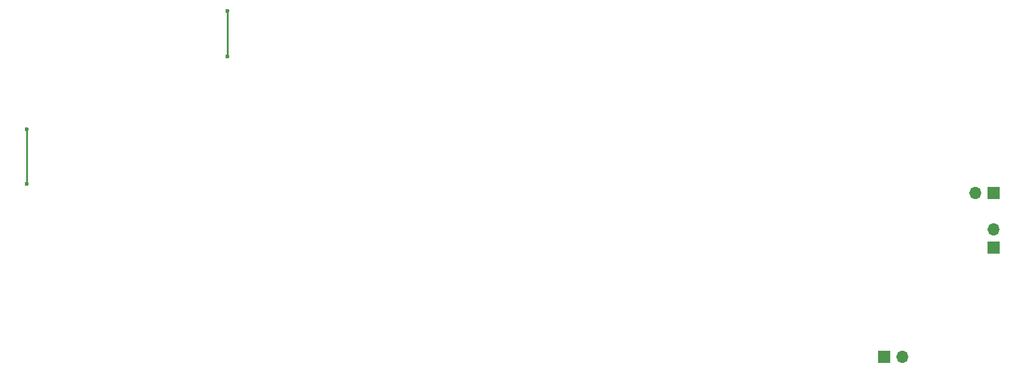
<source format=gbl>
G04 #@! TF.FileFunction,Copper,L2,Bot,Signal*
%FSLAX46Y46*%
G04 Gerber Fmt 4.6, Leading zero omitted, Abs format (unit mm)*
G04 Created by KiCad (PCBNEW 4.0.7) date Fri Jul 20 16:26:56 2018*
%MOMM*%
%LPD*%
G01*
G04 APERTURE LIST*
%ADD10C,0.100000*%
%ADD11R,1.700000X1.700000*%
%ADD12O,1.700000X1.700000*%
%ADD13C,0.600000*%
%ADD14C,0.250000*%
G04 APERTURE END LIST*
D10*
D11*
X242570000Y-111760000D03*
D12*
X242570000Y-109220000D03*
D11*
X227330000Y-127000000D03*
D12*
X229870000Y-127000000D03*
D11*
X242570000Y-104140000D03*
D12*
X240030000Y-104140000D03*
D13*
X135890000Y-85090000D03*
X135890000Y-78740000D03*
X107950000Y-95250000D03*
X107950000Y-102870000D03*
D14*
X135890000Y-78740000D02*
X135890000Y-85090000D01*
X107950000Y-102870000D02*
X107950000Y-95250000D01*
M02*

</source>
